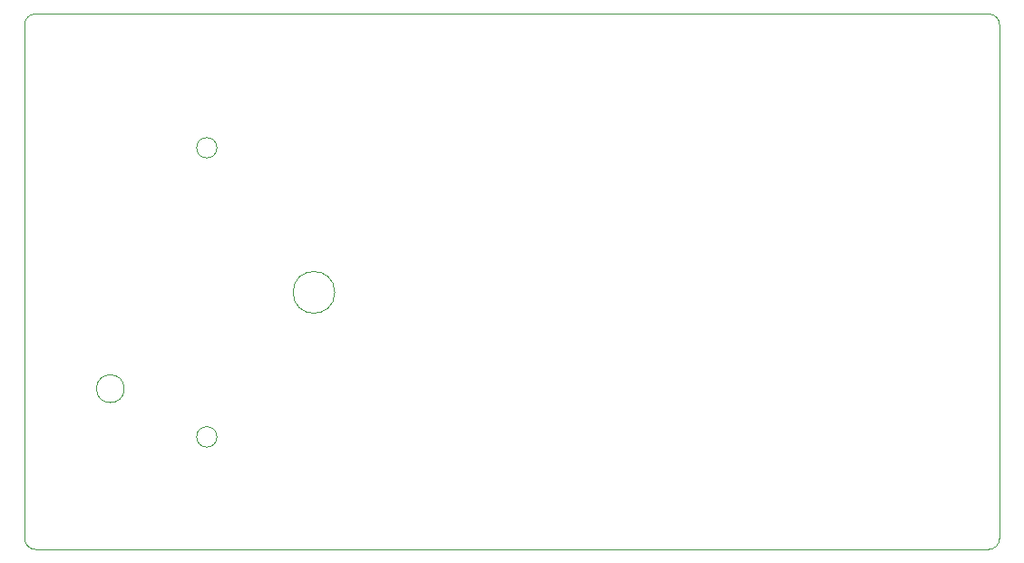
<source format=gbr>
%TF.GenerationSoftware,KiCad,Pcbnew,9.0.6*%
%TF.CreationDate,2026-02-02T20:02:42-08:00*%
%TF.ProjectId,Display Device,44697370-6c61-4792-9044-65766963652e,rev?*%
%TF.SameCoordinates,Original*%
%TF.FileFunction,Profile,NP*%
%FSLAX46Y46*%
G04 Gerber Fmt 4.6, Leading zero omitted, Abs format (unit mm)*
G04 Created by KiCad (PCBNEW 9.0.6) date 2026-02-02 20:02:42*
%MOMM*%
%LPD*%
G01*
G04 APERTURE LIST*
%TA.AperFunction,Profile*%
%ADD10C,0.050000*%
%TD*%
G04 APERTURE END LIST*
D10*
X226000000Y-96500000D02*
X137000000Y-96500000D01*
X227000000Y-95500000D02*
G75*
G02*
X226000000Y-96500000I-1000000J0D01*
G01*
X137000000Y-96500000D02*
G75*
G02*
X136000000Y-95500000I0J1000000D01*
G01*
X136000000Y-47500000D02*
G75*
G02*
X137000000Y-46500000I1000000J0D01*
G01*
X227000000Y-47500000D02*
X227000000Y-95500000D01*
X137000000Y-46500000D02*
X226000000Y-46500000D01*
X136000000Y-95500000D02*
X136000000Y-47500000D01*
X226000000Y-46500000D02*
G75*
G02*
X227000000Y-47500000I0J-1000000D01*
G01*
%TO.C,M1*%
X145300000Y-81500000D02*
G75*
G02*
X142700000Y-81500000I-1300000J0D01*
G01*
X142700000Y-81500000D02*
G75*
G02*
X145300000Y-81500000I1300000J0D01*
G01*
X153950000Y-59000000D02*
G75*
G02*
X152050000Y-59000000I-950000J0D01*
G01*
X152050000Y-59000000D02*
G75*
G02*
X153950000Y-59000000I950000J0D01*
G01*
X153950000Y-86000000D02*
G75*
G02*
X152050000Y-86000000I-950000J0D01*
G01*
X152050000Y-86000000D02*
G75*
G02*
X153950000Y-86000000I950000J0D01*
G01*
X164950000Y-72500000D02*
G75*
G02*
X161050000Y-72500000I-1950000J0D01*
G01*
X161050000Y-72500000D02*
G75*
G02*
X164950000Y-72500000I1950000J0D01*
G01*
%TD*%
M02*

</source>
